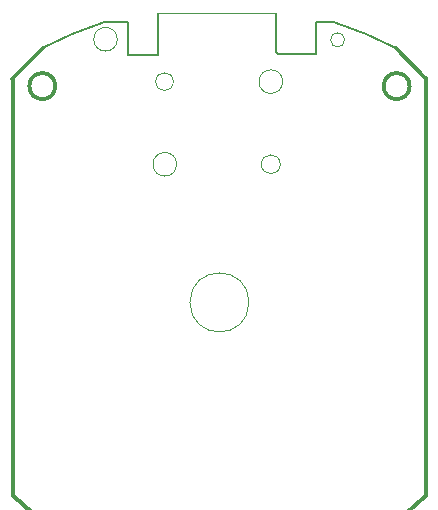
<source format=gko>
%FSLAX25Y25*%
%MOIN*%
G70*
G01*
G75*
G04 Layer_Color=16711935*
%ADD10C,0.00787*%
%ADD11C,0.01181*%
%ADD12C,0.00984*%
%ADD13R,0.01969X0.02362*%
%ADD14R,0.03937X0.03150*%
%ADD15R,0.03150X0.03543*%
%ADD16R,0.02756X0.01575*%
%ADD17R,0.02362X0.01969*%
%ADD18R,0.04724X0.03543*%
%ADD19R,0.03937X0.02756*%
%ADD20R,0.01969X0.03937*%
%ADD21R,0.02362X0.03937*%
%ADD22O,0.07874X0.05906*%
%ADD23R,0.07874X0.05906*%
%ADD24R,0.03937X0.04724*%
%ADD25R,0.03543X0.03937*%
%ADD26R,0.04921X0.02362*%
%ADD27O,0.04921X0.02362*%
%ADD28R,0.04724X0.03937*%
%ADD29R,0.03543X0.02362*%
%ADD30R,0.06299X0.04921*%
%ADD31O,0.02362X0.07874*%
%ADD32R,0.04724X0.01575*%
%ADD33O,0.02362X0.07874*%
%ADD34R,0.03400X0.10000*%
%ADD35R,0.03400X0.05000*%
%ADD36R,0.02362X0.03543*%
G04:AMPARAMS|DCode=37|XSize=59.06mil|YSize=78.74mil|CornerRadius=0mil|HoleSize=0mil|Usage=FLASHONLY|Rotation=45.000|XOffset=0mil|YOffset=0mil|HoleType=Round|Shape=Round|*
%AMOVALD37*
21,1,0.01969,0.05906,0.00000,0.00000,135.0*
1,1,0.05906,0.00696,-0.00696*
1,1,0.05906,-0.00696,0.00696*
%
%ADD37OVALD37*%

%ADD38R,0.01575X0.04921*%
%ADD39R,0.02362X0.05315*%
%ADD40C,0.01969*%
%ADD41C,0.03937*%
%ADD42C,0.05906*%
%ADD43R,0.06717X0.02806*%
%ADD44R,0.15106X0.14091*%
%ADD45R,0.12325X0.05909*%
%ADD46R,0.08728X0.04000*%
%ADD47R,0.07905X0.22706*%
%ADD48R,0.47900X0.06374*%
%ADD49R,0.06200X0.11200*%
%ADD50R,0.02400X0.07447*%
%ADD51R,0.11060X0.04191*%
%ADD52R,0.38700X0.08270*%
%ADD53R,0.31672X0.09600*%
%ADD54C,0.03937*%
%ADD55C,0.09843*%
%ADD56O,0.11811X0.09843*%
%ADD57C,0.05118*%
%ADD58O,0.04331X0.07087*%
%ADD59C,0.02362*%
%ADD60C,0.07874*%
%ADD61R,0.07874X0.07874*%
%ADD62R,0.05906X0.07874*%
%ADD63C,0.04724*%
%ADD64C,0.00197*%
%ADD65C,0.00394*%
%ADD66C,0.00591*%
%ADD67C,0.01969*%
%ADD68C,0.00250*%
%ADD69C,0.00200*%
%ADD70C,0.00500*%
%ADD71C,0.00374*%
%ADD72C,0.00400*%
%ADD73C,0.00800*%
%ADD74R,0.00200X0.00700*%
%ADD75R,0.00300X0.00600*%
%ADD76R,0.00300X0.00500*%
%ADD77O,0.05906X0.09843*%
%ADD78C,0.05906*%
%ADD79R,0.11083X0.10189*%
%ADD80R,0.15688X0.05292*%
%ADD81R,0.02769X0.03162*%
%ADD82R,0.04737X0.03950*%
%ADD83R,0.03950X0.04343*%
%ADD84R,0.03556X0.02375*%
%ADD85R,0.03162X0.02769*%
%ADD86R,0.05524X0.04343*%
%ADD87R,0.04737X0.03556*%
%ADD88R,0.02769X0.04737*%
%ADD89R,0.03162X0.04737*%
%ADD90O,0.08674X0.06706*%
%ADD91R,0.08674X0.06706*%
%ADD92R,0.04737X0.05524*%
%ADD93R,0.04343X0.04737*%
%ADD94R,0.05721X0.03162*%
%ADD95O,0.05721X0.03162*%
%ADD96R,0.05524X0.04737*%
%ADD97R,0.04343X0.03162*%
%ADD98R,0.07099X0.05721*%
%ADD99O,0.03162X0.08674*%
%ADD100R,0.05524X0.02375*%
%ADD101O,0.03162X0.08674*%
%ADD102R,0.04200X0.10800*%
%ADD103R,0.04200X0.05800*%
%ADD104R,0.03162X0.04343*%
G04:AMPARAMS|DCode=105|XSize=67.06mil|YSize=86.74mil|CornerRadius=0mil|HoleSize=0mil|Usage=FLASHONLY|Rotation=45.000|XOffset=0mil|YOffset=0mil|HoleType=Round|Shape=Round|*
%AMOVALD105*
21,1,0.01969,0.06706,0.00000,0.00000,135.0*
1,1,0.06706,0.00696,-0.00696*
1,1,0.06706,-0.00696,0.00696*
%
%ADD105OVALD105*%

%ADD106C,0.04737*%
%ADD107C,0.10642*%
%ADD108O,0.12611X0.10642*%
%ADD109C,0.03162*%
%ADD110R,0.08674X0.08674*%
%ADD111R,0.06706X0.08674*%
%ADD112C,0.05524*%
%ADD113C,0.01000*%
D10*
X-38543Y87331D02*
G03*
X-58968Y78786I38601J-120958D01*
G01*
X58823Y78753D02*
G03*
X38398Y87297I-59027J-112414D01*
G01*
X18783Y77340D02*
Y90484D01*
Y77340D02*
X19425Y76697D01*
X32098D01*
X-38302Y87297D02*
X-30302D01*
Y76597D02*
Y87297D01*
Y76597D02*
X-20602D01*
X-20587D02*
Y90483D01*
X32098Y76697D02*
Y87297D01*
X38398D01*
D11*
X-68903Y-70394D02*
G03*
X68754Y-70573I68920J70268D01*
G01*
X-68859Y-70329D02*
G03*
X68741Y-70564I68920J70268D01*
G01*
X63403Y66075D02*
G03*
X63403Y66075I-4331J0D01*
G01*
X-54699Y66074D02*
G03*
X-54699Y66074I-4331J0D01*
G01*
X68986Y-70591D02*
Y68707D01*
X-69060Y68556D02*
X-58920Y78695D01*
X58776Y78662D02*
X68915Y68522D01*
Y-70390D02*
Y68522D01*
X-68883Y-70591D02*
Y68707D01*
D65*
X9860Y-6032D02*
G03*
X9860Y-6032I-9843J0D01*
G01*
X-34034Y81680D02*
G03*
X-34034Y81680I-3937J0D01*
G01*
X41754Y81483D02*
G03*
X41754Y81483I-2362J0D01*
G01*
X-15341Y67562D02*
G03*
X-15341Y67562I-2953J0D01*
G01*
X21076D02*
G03*
X21076Y67562I-3937J0D01*
G01*
X-14257Y40003D02*
G03*
X-14257Y40003I-3937J0D01*
G01*
X20289D02*
G03*
X20289Y40003I-3150J0D01*
G01*
X-20587Y90483D02*
X18782D01*
M02*

</source>
